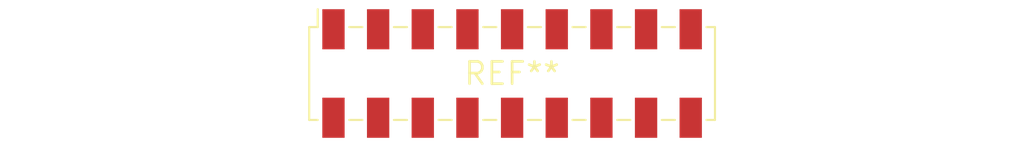
<source format=kicad_pcb>
(kicad_pcb (version 20240108) (generator pcbnew)
  (layers (0 "F.Cu" signal) (31 "B.Cu" signal) (34 "B.Paste" user) (35 "F.Paste" user) (36 "B.SilkS" user "B.Silkscreen") (37 "F.SilkS" user "F.Silkscreen") (38 "B.Mask" user) (39 "F.Mask" user) (44 "Edge.Cuts" user))
  (net 0 "")
  (footprint "Samtec_HLE-109-02-xxx-DV-A_2x09_P2.54mm_Horizontal" (layer "F.Cu") (at 0 0)
    (property "Reference" "REF**")
    (property "Value" "Samtec_HLE-109-02-xxx-DV-A_2x09_P2.54mm_Horizontal")
    (fp_line (start -11.54 -2.65) (end -11.54 2.65) (layer "F.SilkS") (stroke (width 0.12)))
    (fp_line (start -11.54 2.65) (end -11.055 2.65) (layer "F.SilkS") (stroke (width 0.12)))
    (fp_line (start -11.055 -3.67) (end -11.055 -2.65) (layer "F.SilkS") (stroke (width 0.12)))
    (fp_line (start -11.055 -2.65) (end -11.54 -2.65) (layer "F.SilkS") (stroke (width 0.12)))
    (fp_line (start -9.265 -2.65) (end -8.515 -2.65) (layer "F.SilkS") (stroke (width 0.12)))
    (fp_line (start -9.265 2.65) (end -8.515 2.65) (layer "F.SilkS") (stroke (width 0.12)))
    (fp_line (start -6.725 -2.65) (end -5.975 -2.65) (layer "F.SilkS") (stroke (width 0.12)))
    (fp_line (start -6.725 2.65) (end -5.975 2.65) (layer "F.SilkS") (stroke (width 0.12)))
    (fp_line (start -4.185 -2.65) (end -3.435 -2.65) (layer "F.SilkS") (stroke (width 0.12)))
    (fp_line (start -4.185 2.65) (end -3.435 2.65) (layer "F.SilkS") (stroke (width 0.12)))
    (fp_line (start -1.645 -2.65) (end -0.895 -2.65) (layer "F.SilkS") (stroke (width 0.12)))
    (fp_line (start -1.645 2.65) (end -0.895 2.65) (layer "F.SilkS") (stroke (width 0.12)))
    (fp_line (start 0.895 -2.65) (end 1.645 -2.65) (layer "F.SilkS") (stroke (width 0.12)))
    (fp_line (start 0.895 2.65) (end 1.645 2.65) (layer "F.SilkS") (stroke (width 0.12)))
    (fp_line (start 3.435 -2.65) (end 4.185 -2.65) (layer "F.SilkS") (stroke (width 0.12)))
    (fp_line (start 3.435 2.65) (end 4.185 2.65) (layer "F.SilkS") (stroke (width 0.12)))
    (fp_line (start 5.975 -2.65) (end 6.725 -2.65) (layer "F.SilkS") (stroke (width 0.12)))
    (fp_line (start 5.975 2.65) (end 6.725 2.65) (layer "F.SilkS") (stroke (width 0.12)))
    (fp_line (start 8.515 -2.65) (end 9.265 -2.65) (layer "F.SilkS") (stroke (width 0.12)))
    (fp_line (start 8.515 2.65) (end 9.265 2.65) (layer "F.SilkS") (stroke (width 0.12)))
    (fp_line (start 11.055 -2.65) (end 11.54 -2.65) (layer "F.SilkS") (stroke (width 0.12)))
    (fp_line (start 11.54 -2.65) (end 11.54 2.65) (layer "F.SilkS") (stroke (width 0.12)))
    (fp_line (start 11.54 2.65) (end 11.055 2.65) (layer "F.SilkS") (stroke (width 0.12)))
    (pad "" np_thru_hole circle (at -8.89 0) (size 1.78 1.78) (drill 1.78) (layers *.Cu *.Mask))
    (pad "" np_thru_hole circle (at 8.89 0) (size 1.78 1.78) (drill 1.78) (layers *.Cu *.Mask))
    (pad "1" smd rect (at -10.16 -2.525) (size 1.27 2.29) (layers "F.Cu" "F.Paste" "F.Mask"))
    (pad "2" smd rect (at -10.16 2.525) (size 1.27 2.29) (layers "F.Cu" "F.Paste" "F.Mask"))
    (pad "3" smd rect (at -7.62 -2.525) (size 1.27 2.29) (layers "F.Cu" "F.Paste" "F.Mask"))
    (pad "4" smd rect (at -7.62 2.525) (size 1.27 2.29) (layers "F.Cu" "F.Paste" "F.Mask"))
    (pad "5" smd rect (at -5.08 -2.525) (size 1.27 2.29) (layers "F.Cu" "F.Paste" "F.Mask"))
    (pad "6" smd rect (at -5.08 2.525) (size 1.27 2.29) (layers "F.Cu" "F.Paste" "F.Mask"))
    (pad "7" smd rect (at -2.54 -2.525) (size 1.27 2.29) (layers "F.Cu" "F.Paste" "F.Mask"))
    (pad "8" smd rect (at -2.54 2.525) (size 1.27 2.29) (layers "F.Cu" "F.Paste" "F.Mask"))
    (pad "9" smd rect (at 0 -2.525) (size 1.27 2.29) (layers "F.Cu" "F.Paste" "F.Mask"))
    (pad "10" smd rect (at 0 2.525) (size 1.27 2.29) (layers "F.Cu" "F.Paste" "F.Mask"))
    (pad "11" smd rect (at 2.54 -2.525) (size 1.27 2.29) (layers "F.Cu" "F.Paste" "F.Mask"))
    (pad "12" smd rect (at 2.54 2.525) (size 1.27 2.29) (layers "F.Cu" "F.Paste" "F.Mask"))
    (pad "13" smd rect (at 5.08 -2.525) (size 1.27 2.29) (layers "F.Cu" "F.Paste" "F.Mask"))
    (pad "14" smd rect (at 5.08 2.525) (size 1.27 2.29) (layers "F.Cu" "F.Paste" "F.Mask"))
    (pad "15" smd rect (at 7.62 -2.525) (size 1.27 2.29) (layers "F.Cu" "F.Paste" "F.Mask"))
    (pad "16" smd rect (at 7.62 2.525) (size 1.27 2.29) (layers "F.Cu" "F.Paste" "F.Mask"))
    (pad "17" smd rect (at 10.16 -2.525) (size 1.27 2.29) (layers "F.Cu" "F.Paste" "F.Mask"))
    (pad "18" smd rect (at 10.16 2.525) (size 1.27 2.29) (layers "F.Cu" "F.Paste" "F.Mask"))
  )
)
</source>
